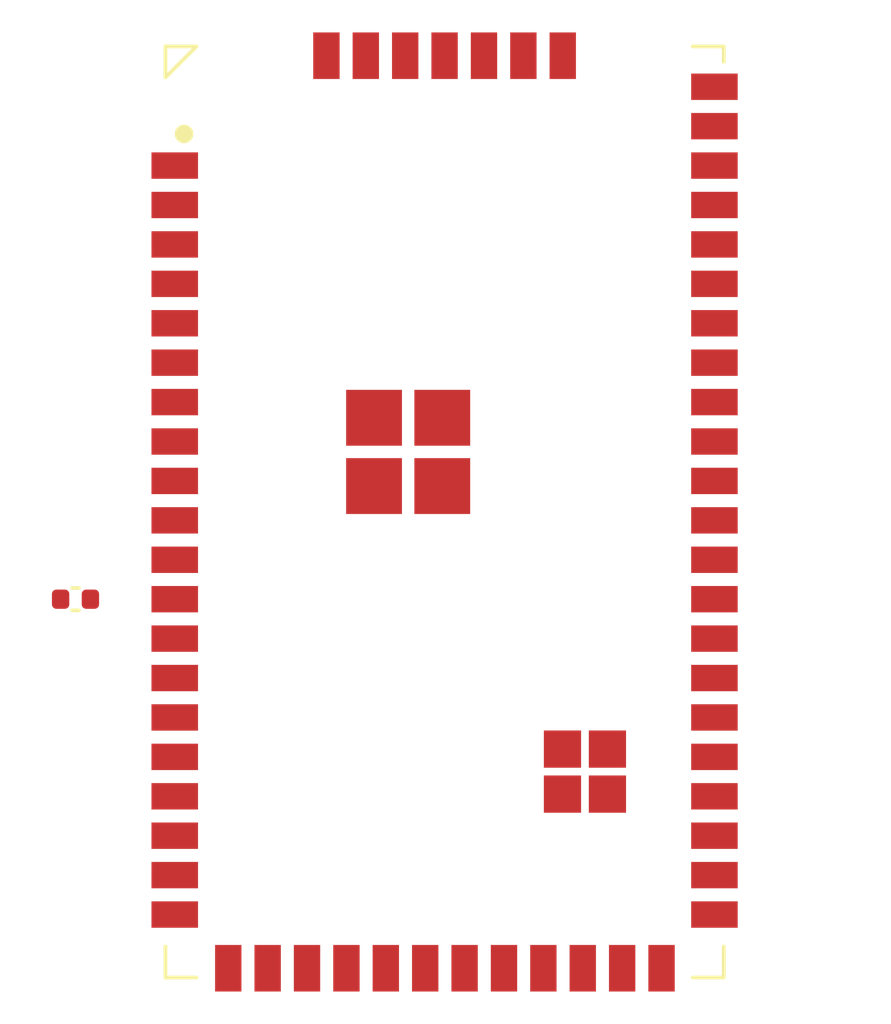
<source format=kicad_pcb>
(kicad_pcb (version 20240108) (generator "pcbnew") (generator_version "8.0")
  (layers (0 "F.Cu" signal) (31 "B.Cu" signal) (34 "B.Paste" user) (35 "F.Paste" user) (36 "B.SilkS" user "B.Silkscreen") (37 "F.SilkS" user "F.Silkscreen") (38 "B.Mask" user) (39 "F.Mask" user) (44 "Edge.Cuts" user))
  (net 0 "")
  (net 6 "GND")
  (net 47 "Net-(U2-3V3_ESP)")
  (footprint "Capacitor_SMD:C_0402_1005Metric" (layer "F.Cu") (at 109.1 90.07 180)
    (property "Reference" "C1" (hide yes))
    (property "Value" "100nF")
    (fp_line (start -0.107836 0.36) (end 0.107836 0.36) (stroke (width 0.12)) (layer "F.SilkS"))
    (fp_line (start -0.107836 -0.36) (end 0.107836 -0.36) (stroke (width 0.12)) (layer "F.SilkS"))
    (pad "1" smd roundrect (at -0.48 0 180) (size 0.56 0.62) (layers "F.Cu" "F.Paste" "F.Mask") (net 47 "Net-(U2-3V3_ESP)"))
    (pad "2" smd roundrect (at 0.48 0 180) (size 0.56 0.62) (layers "F.Cu" "F.Paste" "F.Mask") (net 6 "GND"))
  )
  (footprint "lib:ELPM-S3XX" (layer "F.Cu") (at 135.15 87.74 -90)
    (property "Reference" "U2" (hide yes))
    (property "Value" "ELPM-S3LW")
    (fp_line (start -15.48 23.15) (end -14.48 23.15) (stroke (width 0.12)) (layer "F.SilkS"))
    (fp_line (start -15.48 23.15) (end -15.48 22.15) (stroke (width 0.12)) (layer "F.SilkS"))
    (fp_line (start 14.519999 23.15) (end 13.52 23.15) (stroke (width 0.12)) (layer "F.SilkS"))
    (fp_line (start 14.519999 23.15) (end 14.52 22.15) (stroke (width 0.12)) (layer "F.SilkS"))
    (fp_line (start -15.48 22.15) (end -14.48 23.15) (stroke (width 0.12)) (layer "F.SilkS"))
    (fp_line (start -15.48 5.15) (end -15.48 6.15) (stroke (width 0.12)) (layer "F.SilkS"))
    (fp_line (start -15.48 5.15) (end -14.980001 5.15) (stroke (width 0.12)) (layer "F.SilkS"))
    (fp_line (start 14.52 5.149999) (end 14.52 6.15) (stroke (width 0.12)) (layer "F.SilkS"))
    (fp_line (start 14.52 5.149999) (end 13.52 5.15) (stroke (width 0.12)) (layer "F.SilkS"))
    (fp_circle (center -12.66 22.55) (end -12.436393 22.55) (stroke (width 0.15)) (fill solid) (layer "F.SilkS"))
    (pad "1" smd rect (at -10.37 23.05 270) (size 0.85 1.5) (drill (offset 0 -0.2)) (layers "F.Cu" "F.Paste" "F.Mask") (net 6 "GND"))
    (pad "2" smd rect (at -9.1 23.05 270) (size 0.85 1.5) (drill (offset 0 -0.2)) (layers "F.Cu" "F.Paste" "F.Mask"))
    (pad "3" smd rect (at -7.83 23.05 270) (size 0.85 1.5) (drill (offset 0 -0.2)) (layers "F.Cu" "F.Paste" "F.Mask"))
    (pad "4" smd rect (at -6.56 23.05 270) (size 0.85 1.5) (drill (offset 0 -0.2)) (layers "F.Cu" "F.Paste" "F.Mask"))
    (pad "5" smd rect (at -5.29 23.05 270) (size 0.85 1.5) (drill (offset 0 -0.2)) (layers "F.Cu" "F.Paste" "F.Mask"))
    (pad "6" smd rect (at -4.02 23.05 270) (size 0.85 1.5) (drill (offset 0 -0.2)) (layers "F.Cu" "F.Paste" "F.Mask"))
    (pad "7" smd rect (at -2.75 23.05 270) (size 0.85 1.5) (drill (offset 0 -0.2)) (layers "F.Cu" "F.Paste" "F.Mask"))
    (pad "8" smd rect (at -1.48 23.05 270) (size 0.85 1.5) (drill (offset 0 -0.2)) (layers "F.Cu" "F.Paste" "F.Mask"))
    (pad "9" smd rect (at -0.21 23.05 270) (size 0.85 1.5) (drill (offset 0 -0.2)) (layers "F.Cu" "F.Paste" "F.Mask"))
    (pad "10" smd rect (at 1.06 23.05 270) (size 0.85 1.5) (drill (offset 0 -0.2)) (layers "F.Cu" "F.Paste" "F.Mask"))
    (pad "11" smd rect (at 2.33 23.05 270) (size 0.85 1.5) (drill (offset 0 -0.2)) (layers "F.Cu" "F.Paste" "F.Mask") (net 47 "Net-(U2-3V3_ESP)"))
    (pad "12" smd rect (at 3.6 23.05 270) (size 0.85 1.5) (drill (offset 0 -0.2)) (layers "F.Cu" "F.Paste" "F.Mask"))
    (pad "13" smd rect (at 4.87 23.05 270) (size 0.85 1.5) (drill (offset 0 -0.2)) (layers "F.Cu" "F.Paste" "F.Mask"))
    (pad "14" smd rect (at 6.14 23.05 270) (size 0.85 1.5) (drill (offset 0 -0.2)) (layers "F.Cu" "F.Paste" "F.Mask"))
    (pad "15" smd rect (at 7.41 23.05 270) (size 0.85 1.5) (drill (offset 0 -0.2)) (layers "F.Cu" "F.Paste" "F.Mask"))
    (pad "16" smd rect (at 8.68 23.05 270) (size 0.85 1.5) (drill (offset 0 -0.2)) (layers "F.Cu" "F.Paste" "F.Mask"))
    (pad "17" smd rect (at 9.95 23.05 270) (size 0.85 1.5) (drill (offset 0 -0.2)) (layers "F.Cu" "F.Paste" "F.Mask"))
    (pad "18" smd rect (at 11.22 23.05 270) (size 0.85 1.5) (drill (offset 0 -0.2)) (layers "F.Cu" "F.Paste" "F.Mask"))
    (pad "19" smd rect (at 12.49 23.05 270) (size 0.85 1.5) (drill (offset 0 -0.2)) (layers "F.Cu" "F.Paste" "F.Mask"))
    (pad "20" smd rect (at 14.42 21.125) (size 0.85 1.5) (drill (offset 0 -0.2)) (layers "F.Cu" "F.Paste" "F.Mask"))
    (pad "21" smd rect (at 14.42 19.855) (size 0.85 1.5) (drill (offset 0 -0.2)) (layers "F.Cu" "F.Paste" "F.Mask"))
    (pad "22" smd rect (at 14.42 18.585) (size 0.85 1.5) (drill (offset 0 -0.2)) (layers "F.Cu" "F.Paste" "F.Mask"))
    (pad "23" smd rect (at 14.42 17.315) (size 0.85 1.5) (drill (offset 0 -0.2)) (layers "F.Cu" "F.Paste" "F.Mask"))
    (pad "24" smd rect (at 14.42 16.045) (size 0.85 1.5) (drill (offset 0 -0.2)) (layers "F.Cu" "F.Paste" "F.Mask"))
    (pad "25" smd rect (at 14.42 14.775) (size 0.85 1.5) (drill (offset 0 -0.2)) (layers "F.Cu" "F.Paste" "F.Mask"))
    (pad "26" smd rect (at 14.42 13.505) (size 0.85 1.5) (drill (offset 0 -0.2)) (layers "F.Cu" "F.Paste" "F.Mask"))
    (pad "27" smd rect (at 14.42 12.235) (size 0.85 1.5) (drill (offset 0 -0.2)) (layers "F.Cu" "F.Paste" "F.Mask"))
    (pad "28" smd rect (at 14.42 10.965) (size 0.85 1.5) (drill (offset 0 -0.2)) (layers "F.Cu" "F.Paste" "F.Mask"))
    (pad "29" smd rect (at 14.42 9.695) (size 0.85 1.5) (drill (offset 0 -0.2)) (layers "F.Cu" "F.Paste" "F.Mask"))
    (pad "30" smd rect (at 14.42 8.425) (size 0.85 1.5) (drill (offset 0 -0.2)) (layers "F.Cu" "F.Paste" "F.Mask"))
    (pad "31" smd rect (at 14.42 7.155) (size 0.85 1.5) (drill (offset 0 -0.2)) (layers "F.Cu" "F.Paste" "F.Mask"))
    (pad "32" smd rect (at 12.49 5.25 90) (size 0.85 1.5) (drill (offset 0 -0.2)) (layers "F.Cu" "F.Paste" "F.Mask"))
    (pad "33" smd rect (at 11.22 5.250001 90) (size 0.85 1.5) (drill (offset 0 -0.2)) (layers "F.Cu" "F.Paste" "F.Mask"))
    (pad "34" smd rect (at 9.95 5.25 90) (size 0.85 1.5) (drill (offset 0 -0.2)) (layers "F.Cu" "F.Paste" "F.Mask"))
    (pad "35" smd rect (at 8.679999 5.25 90) (size 0.85 1.5) (drill (offset 0 -0.2)) (layers "F.Cu" "F.Paste" "F.Mask"))
    (pad "36" smd rect (at 7.41 5.25 90) (size 0.85 1.5) (drill (offset 0 -0.2)) (layers "F.Cu" "F.Paste" "F.Mask"))
    (pad "37" smd rect (at 6.14 5.25 90) (size 0.85 1.5) (drill (offset 0 -0.2)) (layers "F.Cu" "F.Paste" "F.Mask"))
    (pad "38" smd rect (at 4.87 5.250001 90) (size 0.85 1.5) (drill (offset 0 -0.2)) (layers "F.Cu" "F.Paste" "F.Mask"))
    (pad "39" smd rect (at 3.6 5.25 90) (size 0.85 1.5) (drill (offset 0 -0.2)) (layers "F.Cu" "F.Paste" "F.Mask"))
    (pad "40" smd rect (at 2.33 5.25 90) (size 0.85 1.5) (drill (offset 0 -0.2)) (layers "F.Cu" "F.Paste" "F.Mask"))
    (pad "41" smd rect (at 1.06 5.25 90) (size 0.85 1.5) (drill (offset 0 -0.2)) (layers "F.Cu" "F.Paste" "F.Mask"))
    (pad "42" smd rect (at -0.21 5.25 90) (size 0.85 1.5) (drill (offset 0 -0.2)) (layers "F.Cu" "F.Paste" "F.Mask"))
    (pad "43" smd rect (at -1.48 5.250001 90) (size 0.85 1.5) (drill (offset 0 -0.2)) (layers "F.Cu" "F.Paste" "F.Mask"))
    (pad "44" smd rect (at -2.75 5.25 90) (size 0.85 1.5) (drill (offset 0 -0.2)) (layers "F.Cu" "F.Paste" "F.Mask"))
    (pad "45" smd rect (at -4.02 5.25 90) (size 0.85 1.5) (drill (offset 0 -0.2)) (layers "F.Cu" "F.Paste" "F.Mask"))
    (pad "46" smd rect (at -5.289999 5.25 90) (size 0.85 1.5) (drill (offset 0 -0.2)) (layers "F.Cu" "F.Paste" "F.Mask"))
    (pad "47" smd rect (at -6.56 5.25 90) (size 0.85 1.5) (drill (offset 0 -0.2)) (layers "F.Cu" "F.Paste" "F.Mask"))
    (pad "48" smd rect (at -7.83 5.250001 90) (size 0.85 1.5) (drill (offset 0 -0.2)) (layers "F.Cu" "F.Paste" "F.Mask"))
    (pad "49" smd rect (at -9.1 5.25 90) (size 0.85 1.5) (drill (offset 0 -0.2)) (layers "F.Cu" "F.Paste" "F.Mask"))
    (pad "50" smd rect (at -10.37 5.25 90) (size 0.85 1.5) (drill (offset 0 -0.2)) (layers "F.Cu" "F.Paste" "F.Mask"))
    (pad "51" smd rect (at -11.64 5.250001 90) (size 0.85 1.5) (drill (offset 0 -0.2)) (layers "F.Cu" "F.Paste" "F.Mask") (net 6 "GND"))
    (pad "52" smd rect (at -14.18 5.25 90) (size 0.85 1.5) (drill (offset 0 -0.2)) (layers "F.Cu" "F.Paste" "F.Mask") (net 6 "GND"))
    (pad "53" smd rect (at -15.38 10.34 180) (size 0.85 1.5) (drill (offset 0 -0.2)) (layers "F.Cu" "F.Paste" "F.Mask"))
    (pad "54" smd rect (at -15.38 11.61 180) (size 0.85 1.5) (drill (offset 0 -0.2)) (layers "F.Cu" "F.Paste" "F.Mask"))
    (pad "55" smd rect (at -15.38 12.88 180) (size 0.85 1.5) (drill (offset 0 -0.2)) (layers "F.Cu" "F.Paste" "F.Mask"))
    (pad "56" smd rect (at -15.38 14.15 180) (size 0.85 1.5) (drill (offset 0 -0.2)) (layers "F.Cu" "F.Paste" "F.Mask"))
    (pad "57" smd rect (at -15.38 15.42 180) (size 0.85 1.5) (drill (offset 0 -0.2)) (layers "F.Cu" "F.Paste" "F.Mask"))
    (pad "58" smd rect (at -15.38 16.69 180) (size 0.85 1.5) (drill (offset 0 -0.2)) (layers "F.Cu" "F.Paste" "F.Mask"))
    (pad "59" smd rect (at -15.38 17.96 180) (size 0.85 1.5) (drill (offset 0 -0.2)) (layers "F.Cu" "F.Paste" "F.Mask"))
    (pad "60" smd rect (at -3.515 14.425 270) (size 1.8 1.8) (drill (offset 0 -0.2)) (layers "F.Cu" "F.Paste" "F.Mask") (net 6 "GND"))
    (pad "61" smd rect (at -3.515 16.625 270) (size 1.8 1.8) (drill (offset 0 -0.2)) (layers "F.Cu" "F.Paste" "F.Mask") (net 6 "GND"))
    (pad "62" smd rect (at -1.315 14.425 270) (size 1.8 1.8) (drill (offset 0 -0.2)) (layers "F.Cu" "F.Paste" "F.Mask") (net 6 "GND"))
    (pad "63" smd rect (at -1.315 16.625 270) (size 1.8 1.8) (drill (offset 0 -0.2)) (layers "F.Cu" "F.Paste" "F.Mask") (net 6 "GND"))
    (pad "64" smd rect (at 7.16 9.1 270) (size 1.2 1.2) (drill (offset 0 -0.2)) (layers "F.Cu" "F.Paste" "F.Mask") (net 6 "GND"))
    (pad "65" smd rect (at 7.16 10.55 270) (size 1.2 1.2) (drill (offset 0 -0.2)) (layers "F.Cu" "F.Paste" "F.Mask") (net 6 "GND"))
    (pad "66" smd rect (at 8.61 9.1 270) (size 1.2 1.2) (drill (offset 0 -0.2)) (layers "F.Cu" "F.Paste" "F.Mask") (net 6 "GND"))
    (pad "67" smd rect (at 8.61 10.55 270) (size 1.2 1.2) (drill (offset 0 -0.2)) (layers "F.Cu" "F.Paste" "F.Mask") (net 6 "GND"))
    (pad "A1" smd rect (at -11.64 23.05 270) (size 0.85 1.5) (drill (offset 0 -0.2)) (layers "F.Cu" "F.Paste" "F.Mask"))
    (pad "A2" smd rect (at -12.91 5.25 90) (size 0.85 1.5) (drill (offset 0 -0.2)) (layers "F.Cu" "F.Paste" "F.Mask"))
  )
)
</source>
